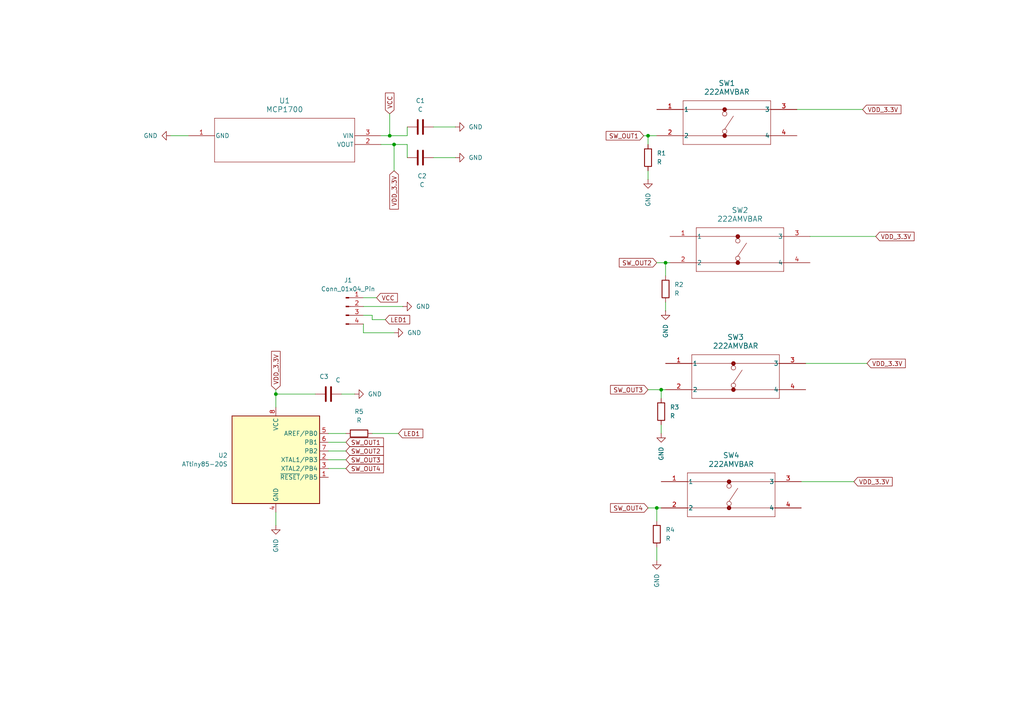
<source format=kicad_sch>
(kicad_sch (version 20231120) (generator "eeschema") (generator_version "8.0")
  (paper "A4")
  (lib_symbols
    (symbol "222AMVBAR:222AMVBAR" (pin_names (offset 0.254))
      (property "Reference" "SW" (at 20.32 10.16 0))
      (property "Value" "222AMVBAR" (at 20.32 7.62 0))
      (symbol "222AMVBAR_0_1"
        (polyline (pts (xy 7.62 -7.62) (xy 33.02 -7.62)) (stroke (width 0.127)))
        (polyline (pts (xy 7.62 2.54) (xy 33.02 2.54)) (stroke (width 0.127)))
        (polyline (pts (xy 7.62 5.08) (xy 7.62 -7.62)) (stroke (width 0.127)))
        (polyline (pts (xy 19.685 -5.08) (xy 19.685 -4.445)) (stroke (width 0.127)))
        (polyline (pts (xy 19.685 -3.175) (xy 22.225 0.635)) (stroke (width 0.127)))
        (polyline (pts (xy 19.685 2.54) (xy 19.685 1.905)) (stroke (width 0.127)))
        (polyline (pts (xy 33.02 -7.62) (xy 33.02 5.08)) (stroke (width 0.127)))
        (polyline (pts (xy 33.02 -5.08) (xy 7.62 -5.08)) (stroke (width 0.127)))
        (polyline (pts (xy 33.02 5.08) (xy 7.62 5.08)) (stroke (width 0.127)))
        (circle (center 19.685 -5.08) (radius 0.127) (stroke (width 0.508)))
        (circle (center 19.685 -3.81) (radius 0.635) (stroke (width 0.127)))
        (circle (center 19.685 1.27) (radius 0.635) (stroke (width 0.127)))
        (circle (center 19.685 2.54) (radius 0.127) (stroke (width 0.508)))
        (pin unspecified line (at 0 2.54 0) (length 7.62) (name "1") (number "1"))
        (pin unspecified line (at 0 -5.08 0) (length 7.62) (name "2") (number "2"))
        (pin unspecified line (at 40.64 2.54 180) (length 7.62) (name "3") (number "3"))
        (pin unspecified line (at 40.64 -5.08 180) (length 7.62) (name "4") (number "4"))
      )
    )
    (symbol "Connector:Conn_01x04_Pin" (pin_names (offset 1.016) hide)
      (property "Reference" "J" (at 0 5.08 0))
      (property "Value" "Conn_01x04_Pin" (at 0 -7.62 0))
      (symbol "Conn_01x04_Pin_1_1"
        (polyline (pts (xy 1.27 -5.08) (xy 0.8636 -5.08)) (stroke (width 0.1524)))
        (polyline (pts (xy 1.27 -2.54) (xy 0.8636 -2.54)) (stroke (width 0.1524)))
        (polyline (pts (xy 1.27 0) (xy 0.8636 0)) (stroke (width 0.1524)))
        (polyline (pts (xy 1.27 2.54) (xy 0.8636 2.54)) (stroke (width 0.1524)))
        (rectangle (start 0.8636 -4.953) (end 0 -5.207) (stroke (width 0.1524)) (fill (type outline)))
        (rectangle (start 0.8636 -2.413) (end 0 -2.667) (stroke (width 0.1524)) (fill (type outline)))
        (rectangle (start 0.8636 0.127) (end 0 -0.127) (stroke (width 0.1524)) (fill (type outline)))
        (rectangle (start 0.8636 2.667) (end 0 2.413) (stroke (width 0.1524)) (fill (type outline)))
        (pin passive line (at 5.08 2.54 180) (length 3.81) (name "Pin_1") (number "1"))
        (pin passive line (at 5.08 0 180) (length 3.81) (name "Pin_2") (number "2"))
        (pin passive line (at 5.08 -2.54 180) (length 3.81) (name "Pin_3") (number "3"))
        (pin passive line (at 5.08 -5.08 180) (length 3.81) (name "Pin_4") (number "4"))
      )
    )
    (symbol "Device:C" (pin_numbers hide) (pin_names (offset 0.254))
      (property "Reference" "C" (at 0.635 2.54 0))
      (property "Value" "C" (at 0.635 -2.54 0))
      (symbol "C_0_1"
        (polyline (pts (xy -2.032 -0.762) (xy 2.032 -0.762)) (stroke (width 0.508)))
        (polyline (pts (xy -2.032 0.762) (xy 2.032 0.762)) (stroke (width 0.508)))
      )
      (symbol "C_1_1"
        (pin passive line (at 0 3.81 270) (length 2.794) (name "~") (number "1"))
        (pin passive line (at 0 -3.81 90) (length 2.794) (name "~") (number "2"))
      )
    )
    (symbol "Device:R" (pin_numbers hide) (pin_names (offset 0))
      (property "Reference" "R" (at 2.032 0 90))
      (property "Value" "R" (at 0 0 90))
      (symbol "R_0_1"
        (rectangle (start -1.016 -2.54) (end 1.016 2.54) (stroke (width 0.254)))
      )
      (symbol "R_1_1"
        (pin passive line (at 0 3.81 270) (length 1.27) (name "~") (number "1"))
        (pin passive line (at 0 -3.81 90) (length 1.27) (name "~") (number "2"))
      )
    )
    (symbol "MCP1700_2.5V:MCP1700T-2502E_TT" (pin_names (offset 0.254))
      (property "Reference" "U" (at 27.94 10.16 0))
      (property "Value" "MCP1700T-2502E/TT" (at 27.94 7.62 0))
      (symbol "MCP1700T-2502E_TT_0_1"
        (polyline (pts (xy 7.62 -7.62) (xy 48.26 -7.62)) (stroke (width 0.127)))
        (polyline (pts (xy 7.62 5.08) (xy 7.62 -7.62)) (stroke (width 0.127)))
        (polyline (pts (xy 48.26 -7.62) (xy 48.26 5.08)) (stroke (width 0.127)))
        (polyline (pts (xy 48.26 5.08) (xy 7.62 5.08)) (stroke (width 0.127)))
        (pin unspecified line (at 0 0 0) (length 7.62) (name "GND") (number "1"))
        (pin unspecified line (at 55.88 -2.54 180) (length 7.62) (name "VOUT") (number "2"))
        (pin unspecified line (at 55.88 0 180) (length 7.62) (name "VIN") (number "3"))
      )
    )
    (symbol "MCU_Microchip_ATtiny:ATtiny85-20S"
      (property "Reference" "U" (at -12.7 13.97 0))
      (property "Value" "ATtiny85-20S" (at 2.54 -13.97 0))
      (symbol "ATtiny85-20S_0_1"
        (rectangle (start -12.7 -12.7) (end 12.7 12.7) (stroke (width 0.254)) (fill (type background)))
      )
      (symbol "ATtiny85-20S_1_1"
        (pin bidirectional line (at 15.24 -5.08 180) (length 2.54) (name "~{RESET}/PB5") (number "1"))
        (pin bidirectional line (at 15.24 0 180) (length 2.54) (name "XTAL1/PB3") (number "2"))
        (pin bidirectional line (at 15.24 -2.54 180) (length 2.54) (name "XTAL2/PB4") (number "3"))
        (pin power_in line (at 0 -15.24 90) (length 2.54) (name "GND") (number "4"))
        (pin bidirectional line (at 15.24 7.62 180) (length 2.54) (name "AREF/PB0") (number "5"))
        (pin bidirectional line (at 15.24 5.08 180) (length 2.54) (name "PB1") (number "6"))
        (pin bidirectional line (at 15.24 2.54 180) (length 2.54) (name "PB2") (number "7"))
        (pin power_in line (at 0 15.24 270) (length 2.54) (name "VCC") (number "8"))
      )
    )
    (symbol "power:GND" (power) (pin_numbers hide) (pin_names (offset 0) hide)
      (property "Value" "GND" (at 0 -3.81 0))
      (symbol "GND_0_1"
        (polyline (pts (xy 0 0) (xy 0 -1.27) (xy 1.27 -1.27) (xy 0 -2.54) (xy -1.27 -1.27) (xy 0 -1.27)))
      )
      (symbol "GND_1_1"
        (pin power_in line (at 0 0 270) (length 0) (name "~") (number "1"))
      )
    )
  )
  (junction (at 190.5 147.32))
  (junction (at 80.01 114.3))
  (junction (at 113.03 39.37))
  (junction (at 193.04 76.2))
  (junction (at 187.96 39.37))
  (junction (at 191.77 113.03))
  (junction (at 114.3 41.91))
  (wire (pts (xy 95.25 125.73) (xy 100.33 125.73)))
  (wire (pts (xy 187.96 39.37) (xy 190.5 39.37)))
  (wire (pts (xy 232.41 139.7) (xy 247.65 139.7)))
  (wire (pts (xy 114.3 49.53) (xy 114.3 41.91)))
  (wire (pts (xy 80.01 148.59) (xy 80.01 152.4)))
  (wire (pts (xy 105.41 88.9) (xy 116.84 88.9)))
  (wire (pts (xy 186.69 39.37) (xy 187.96 39.37)))
  (wire (pts (xy 107.95 92.71) (xy 111.76 92.71)))
  (wire (pts (xy 125.73 36.83) (xy 132.08 36.83)))
  (wire (pts (xy 125.73 45.72) (xy 132.08 45.72)))
  (wire (pts (xy 95.25 133.35) (xy 100.33 133.35)))
  (wire (pts (xy 80.01 114.3) (xy 91.44 114.3)))
  (wire (pts (xy 190.5 158.75) (xy 190.5 162.56)))
  (wire (pts (xy 231.14 31.75) (xy 250.19 31.75)))
  (wire (pts (xy 95.25 128.27) (xy 100.33 128.27)))
  (wire (pts (xy 233.68 105.41) (xy 251.46 105.41)))
  (wire (pts (xy 99.06 114.3) (xy 102.87 114.3)))
  (wire (pts (xy 95.25 130.81) (xy 100.33 130.81)))
  (wire (pts (xy 193.04 87.63) (xy 193.04 90.17)))
  (wire (pts (xy 113.03 33.02) (xy 113.03 39.37)))
  (wire (pts (xy 105.41 96.52) (xy 105.41 93.98)))
  (wire (pts (xy 107.95 125.73) (xy 115.57 125.73)))
  (wire (pts (xy 191.77 113.03) (xy 191.77 115.57)))
  (wire (pts (xy 95.25 135.89) (xy 100.33 135.89)))
  (wire (pts (xy 118.11 36.83) (xy 118.11 39.37)))
  (wire (pts (xy 187.96 49.53) (xy 187.96 52.07)))
  (wire (pts (xy 190.5 147.32) (xy 190.5 151.13)))
  (wire (pts (xy 187.96 39.37) (xy 187.96 41.91)))
  (wire (pts (xy 105.41 91.44) (xy 107.95 91.44)))
  (wire (pts (xy 234.95 68.58) (xy 254 68.58)))
  (wire (pts (xy 113.03 39.37) (xy 118.11 39.37)))
  (wire (pts (xy 80.01 113.03) (xy 80.01 114.3)))
  (wire (pts (xy 105.41 86.36) (xy 109.22 86.36)))
  (wire (pts (xy 191.77 113.03) (xy 193.04 113.03)))
  (wire (pts (xy 190.5 147.32) (xy 191.77 147.32)))
  (wire (pts (xy 187.96 147.32) (xy 190.5 147.32)))
  (wire (pts (xy 105.41 96.52) (xy 114.3 96.52)))
  (wire (pts (xy 193.04 76.2) (xy 194.31 76.2)))
  (wire (pts (xy 80.01 114.3) (xy 80.01 118.11)))
  (wire (pts (xy 110.49 39.37) (xy 113.03 39.37)))
  (wire (pts (xy 49.53 39.37) (xy 54.61 39.37)))
  (wire (pts (xy 187.96 113.03) (xy 191.77 113.03)))
  (wire (pts (xy 193.04 76.2) (xy 193.04 80.01)))
  (wire (pts (xy 190.5 76.2) (xy 193.04 76.2)))
  (wire (pts (xy 107.95 91.44) (xy 107.95 92.71)))
  (wire (pts (xy 114.3 41.91) (xy 118.11 41.91)))
  (wire (pts (xy 118.11 45.72) (xy 118.11 41.91)))
  (wire (pts (xy 191.77 123.19) (xy 191.77 125.73)))
  (wire (pts (xy 110.49 41.91) (xy 114.3 41.91)))
  (global_label "VDD_3.3V" (shape input) (at 251.46 105.41 0) (property "Intersheetrefs" "${INTERSHEET_REFS}" (effects (hide yes))))
  (global_label "VDD_3.3V" (shape input) (at 114.3 49.53 270) (property "Intersheetrefs" "${INTERSHEET_REFS}" (effects (hide yes))))
  (global_label "VCC" (shape input) (at 113.03 33.02 90) (property "Intersheetrefs" "${INTERSHEET_REFS}" (effects (hide yes))))
  (global_label "VDD_3.3V" (shape input) (at 250.19 31.75 0) (property "Intersheetrefs" "${INTERSHEET_REFS}" (effects (hide yes))))
  (global_label "SW_OUT3" (shape input) (at 187.96 113.03 180) (property "Intersheetrefs" "${INTERSHEET_REFS}" (effects (hide yes))))
  (global_label "VCC" (shape input) (at 109.22 86.36 0) (property "Intersheetrefs" "${INTERSHEET_REFS}" (effects (hide yes))))
  (global_label "VDD_3.3V" (shape input) (at 80.01 113.03 90) (property "Intersheetrefs" "${INTERSHEET_REFS}" (effects (hide yes))))
  (global_label "VDD_3.3V" (shape input) (at 247.65 139.7 0) (property "Intersheetrefs" "${INTERSHEET_REFS}" (effects (hide yes))))
  (global_label "LED1" (shape input) (at 111.76 92.71 0) (property "Intersheetrefs" "${INTERSHEET_REFS}" (effects (hide yes))))
  (global_label "VDD_3.3V" (shape input) (at 254 68.58 0) (property "Intersheetrefs" "${INTERSHEET_REFS}" (effects (hide yes))))
  (global_label "SW_OUT1" (shape input) (at 186.69 39.37 180) (property "Intersheetrefs" "${INTERSHEET_REFS}" (effects (hide yes))))
  (global_label "LED1" (shape input) (at 115.57 125.73 0) (property "Intersheetrefs" "${INTERSHEET_REFS}" (effects (hide yes))))
  (global_label "SW_OUT3" (shape input) (at 100.33 133.35 0) (property "Intersheetrefs" "${INTERSHEET_REFS}" (effects (hide yes))))
  (global_label "SW_OUT1" (shape input) (at 100.33 128.27 0) (property "Intersheetrefs" "${INTERSHEET_REFS}" (effects (hide yes))))
  (global_label "SW_OUT4" (shape input) (at 187.96 147.32 180) (property "Intersheetrefs" "${INTERSHEET_REFS}" (effects (hide yes))))
  (global_label "SW_OUT4" (shape input) (at 100.33 135.89 0) (property "Intersheetrefs" "${INTERSHEET_REFS}" (effects (hide yes))))
  (global_label "SW_OUT2" (shape input) (at 190.5 76.2 180) (property "Intersheetrefs" "${INTERSHEET_REFS}" (effects (hide yes))))
  (global_label "SW_OUT2" (shape input) (at 100.33 130.81 0) (property "Intersheetrefs" "${INTERSHEET_REFS}" (effects (hide yes))))
  (symbol (lib_id "Device:C") (at 121.92 36.83 90) (unit 1)
    (property "Reference" "C1" (at 121.92 29.21 90))
    (property "Value" "C" (at 121.92 31.75 90))
    (property "Footprint" "Capacitor_SMD:C_0603_1608Metric" (effects (hide yes)))
    (property "Description" "Unpolarized capacitor" (effects (hide yes)))
  )
  (symbol (lib_id "222AMVBAR:222AMVBAR") (at 191.77 142.24 0) (unit 1)
    (property "Reference" "SW4" (at 212.09 132.08 0) (effects (font (size 1.524 1.524))))
    (property "Value" "222AMVBAR" (at 212.09 134.62 0) (effects (font (size 1.524 1.524))))
    (property "Footprint" "222AMVBAR:SO4_222A-M-V-B_CTS" (effects (hide yes)))
    (property "Datasheet" "222AMVBAR" (effects (hide yes)))
  )
  (symbol (lib_id "222AMVBAR:222AMVBAR") (at 193.04 107.95 0) (unit 1)
    (property "Reference" "SW3" (at 213.36 97.79 0) (effects (font (size 1.524 1.524))))
    (property "Value" "222AMVBAR" (at 213.36 100.33 0) (effects (font (size 1.524 1.524))))
    (property "Footprint" "222AMVBAR:SO4_222A-M-V-B_CTS" (effects (hide yes)))
    (property "Datasheet" "222AMVBAR" (effects (hide yes)))
  )
  (symbol (lib_id "power:GND") (at 187.96 52.07 0) (unit 1)
    (property "Reference" "#PWR011" (effects (hide yes)))
    (property "Value" "GND" (at 187.9601 55.88 90) (effects (justify right)))
    (property "Description" "Power symbol creates a global label with name \"GND\" , ground" (effects (hide yes)))
  )
  (symbol (lib_id "Device:R") (at 193.04 83.82 180) (unit 1)
    (property "Reference" "R2" (at 195.58 82.5499 0) (effects (justify right)))
    (property "Value" "R" (at 195.58 85.0899 0) (effects (justify right)))
    (property "Footprint" "Resistor_SMD:R_0603_1608Metric" (effects (hide yes)))
    (property "Description" "Resistor" (effects (hide yes)))
  )
  (symbol (lib_id "Connector:Conn_01x04_Pin") (at 100.33 88.9 0) (unit 1)
    (property "Reference" "J1" (at 100.965 81.28 0))
    (property "Value" "Conn_01x04_Pin" (at 100.965 83.82 0))
    (property "Footprint" "Connector_PinHeader_2.54mm:PinHeader_1x04_P2.54mm_Vertical" (effects (hide yes)))
    (property "Description" "Generic connector, single row, 01x04, script generated" (effects (hide yes)))
  )
  (symbol (lib_id "MCP1700_2.5V:MCP1700T-2502E_TT") (at 54.61 39.37 0) (unit 1)
    (property "Reference" "U1" (at 82.55 29.21 0) (effects (font (size 1.524 1.524))))
    (property "Value" "MCP1700" (at 82.55 31.75 0) (effects (font (size 1.524 1.524))))
    (property "Footprint" "MCP1700T_2.5V:SOT-23_MC_MCH" (effects (hide yes)))
    (property "Datasheet" "MCP1700T-2502E/TT" (effects (hide yes)))
  )
  (symbol (lib_id "power:GND") (at 193.04 90.17 0) (unit 1)
    (property "Reference" "#PWR010" (effects (hide yes)))
    (property "Value" "GND" (at 193.0401 93.98 90) (effects (justify right)))
    (property "Description" "Power symbol creates a global label with name \"GND\" , ground" (effects (hide yes)))
  )
  (symbol (lib_id "power:GND") (at 49.53 39.37 270) (unit 1)
    (property "Reference" "#PWR04" (effects (hide yes)))
    (property "Value" "GND" (at 45.72 39.3699 90) (effects (justify right)))
    (property "Description" "Power symbol creates a global label with name \"GND\" , ground" (effects (hide yes)))
  )
  (symbol (lib_id "power:GND") (at 132.08 45.72 90) (unit 1)
    (property "Reference" "#PWR01" (effects (hide yes)))
    (property "Value" "GND" (at 135.89 45.7199 90) (effects (justify right)))
    (property "Description" "Power symbol creates a global label with name \"GND\" , ground" (effects (hide yes)))
  )
  (symbol (lib_id "power:GND") (at 102.87 114.3 90) (unit 1)
    (property "Reference" "#PWR07" (effects (hide yes)))
    (property "Value" "GND" (at 106.68 114.2999 90) (effects (justify right)))
    (property "Description" "Power symbol creates a global label with name \"GND\" , ground" (effects (hide yes)))
  )
  (symbol (lib_id "Device:C") (at 95.25 114.3 90) (unit 1)
    (property "Reference" "C3" (at 93.98 109.22 90))
    (property "Value" "C" (at 98.044 110.236 90))
    (property "Footprint" "Capacitor_SMD:C_0603_1608Metric" (effects (hide yes)))
    (property "Description" "Unpolarized capacitor" (effects (hide yes)))
  )
  (symbol (lib_id "Device:R") (at 187.96 45.72 180) (unit 1)
    (property "Reference" "R1" (at 190.5 44.4499 0) (effects (justify right)))
    (property "Value" "R" (at 190.5 46.9899 0) (effects (justify right)))
    (property "Footprint" "Resistor_SMD:R_0603_1608Metric" (effects (hide yes)))
    (property "Description" "Resistor" (effects (hide yes)))
  )
  (symbol (lib_id "power:GND") (at 132.08 36.83 90) (unit 1)
    (property "Reference" "#PWR02" (effects (hide yes)))
    (property "Value" "GND" (at 135.89 36.8299 90) (effects (justify right)))
    (property "Description" "Power symbol creates a global label with name \"GND\" , ground" (effects (hide yes)))
  )
  (symbol (lib_id "Device:C") (at 121.92 45.72 90) (unit 1)
    (property "Reference" "C2" (at 122.428 51.054 90))
    (property "Value" "C" (at 122.428 53.594 90))
    (property "Footprint" "Capacitor_SMD:C_0603_1608Metric" (effects (hide yes)))
    (property "Description" "Unpolarized capacitor" (effects (hide yes)))
  )
  (symbol (lib_id "power:GND") (at 114.3 96.52 90) (unit 1)
    (property "Reference" "#PWR05" (effects (hide yes)))
    (property "Value" "GND" (at 118.11 96.5199 90) (effects (justify right)))
    (property "Description" "Power symbol creates a global label with name \"GND\" , ground" (effects (hide yes)))
  )
  (symbol (lib_id "power:GND") (at 190.5 162.56 0) (unit 1)
    (property "Reference" "#PWR08" (effects (hide yes)))
    (property "Value" "GND" (at 190.5001 166.37 90) (effects (justify right)))
    (property "Description" "Power symbol creates a global label with name \"GND\" , ground" (effects (hide yes)))
  )
  (symbol (lib_id "MCU_Microchip_ATtiny:ATtiny85-20S") (at 80.01 133.35 0) (unit 1)
    (property "Reference" "U2" (at 66.04 132.0799 0) (effects (justify right)))
    (property "Value" "ATtiny85-20S" (at 66.04 134.6199 0) (effects (justify right)))
    (property "Footprint" "Package_SO:SOIC-8W_5.3x5.3mm_P1.27mm" (effects (hide yes)))
    (property "Datasheet" "http://ww1.microchip.com/downloads/en/DeviceDoc/atmel-2586-avr-8-bit-microcontroller-attiny25-attiny45-attiny85_datasheet.pdf" (effects (hide yes)))
    (property "Description" "20MHz, 8kB Flash, 512B SRAM, 512B EEPROM, debugWIRE, SOIC-8W" (effects (hide yes)))
  )
  (symbol (lib_id "power:GND") (at 80.01 152.4 0) (unit 1)
    (property "Reference" "#PWR06" (effects (hide yes)))
    (property "Value" "GND" (at 80.0101 156.21 90) (effects (justify right)))
    (property "Description" "Power symbol creates a global label with name \"GND\" , ground" (effects (hide yes)))
  )
  (symbol (lib_id "Device:R") (at 104.14 125.73 90) (unit 1)
    (property "Reference" "R5" (at 104.14 119.38 90))
    (property "Value" "R" (at 104.14 121.92 90))
    (property "Footprint" "Resistor_SMD:R_0603_1608Metric" (effects (hide yes)))
    (property "Description" "Resistor" (effects (hide yes)))
  )
  (symbol (lib_id "power:GND") (at 191.77 125.73 0) (unit 1)
    (property "Reference" "#PWR09" (effects (hide yes)))
    (property "Value" "GND" (at 191.7701 129.54 90) (effects (justify right)))
    (property "Description" "Power symbol creates a global label with name \"GND\" , ground" (effects (hide yes)))
  )
  (symbol (lib_id "Device:R") (at 190.5 154.94 0) (unit 1)
    (property "Reference" "R4" (at 193.04 153.6699 0) (effects (justify left)))
    (property "Value" "R" (at 193.04 156.2099 0) (effects (justify left)))
    (property "Footprint" "Resistor_SMD:R_0603_1608Metric" (effects (hide yes)))
    (property "Description" "Resistor" (effects (hide yes)))
  )
  (symbol (lib_id "power:GND") (at 116.84 88.9 90) (unit 1)
    (property "Reference" "#PWR03" (effects (hide yes)))
    (property "Value" "GND" (at 120.65 88.8999 90) (effects (justify right)))
    (property "Description" "Power symbol creates a global label with name \"GND\" , ground" (effects (hide yes)))
  )
  (symbol (lib_id "222AMVBAR:222AMVBAR") (at 194.31 71.12 0) (unit 1)
    (property "Reference" "SW2" (at 214.63 60.96 0) (effects (font (size 1.524 1.524))))
    (property "Value" "222AMVBAR" (at 214.63 63.5 0) (effects (font (size 1.524 1.524))))
    (property "Footprint" "222AMVBAR:SO4_222A-M-V-B_CTS" (effects (hide yes)))
    (property "Datasheet" "222AMVBAR" (effects (hide yes)))
  )
  (symbol (lib_id "Device:R") (at 191.77 119.38 180) (unit 1)
    (property "Reference" "R3" (at 194.31 118.1099 0) (effects (justify right)))
    (property "Value" "R" (at 194.31 120.6499 0) (effects (justify right)))
    (property "Footprint" "Resistor_SMD:R_0603_1608Metric" (effects (hide yes)))
    (property "Description" "Resistor" (effects (hide yes)))
  )
  (symbol (lib_id "222AMVBAR:222AMVBAR") (at 190.5 34.29 0) (unit 1)
    (property "Reference" "SW1" (at 210.82 24.13 0) (effects (font (size 1.524 1.524))))
    (property "Value" "222AMVBAR" (at 210.82 26.67 0) (effects (font (size 1.524 1.524))))
    (property "Footprint" "222AMVBAR:SO4_222A-M-V-B_CTS" (effects (hide yes)))
    (property "Datasheet" "222AMVBAR" (effects (hide yes)))
  )
)
</source>
